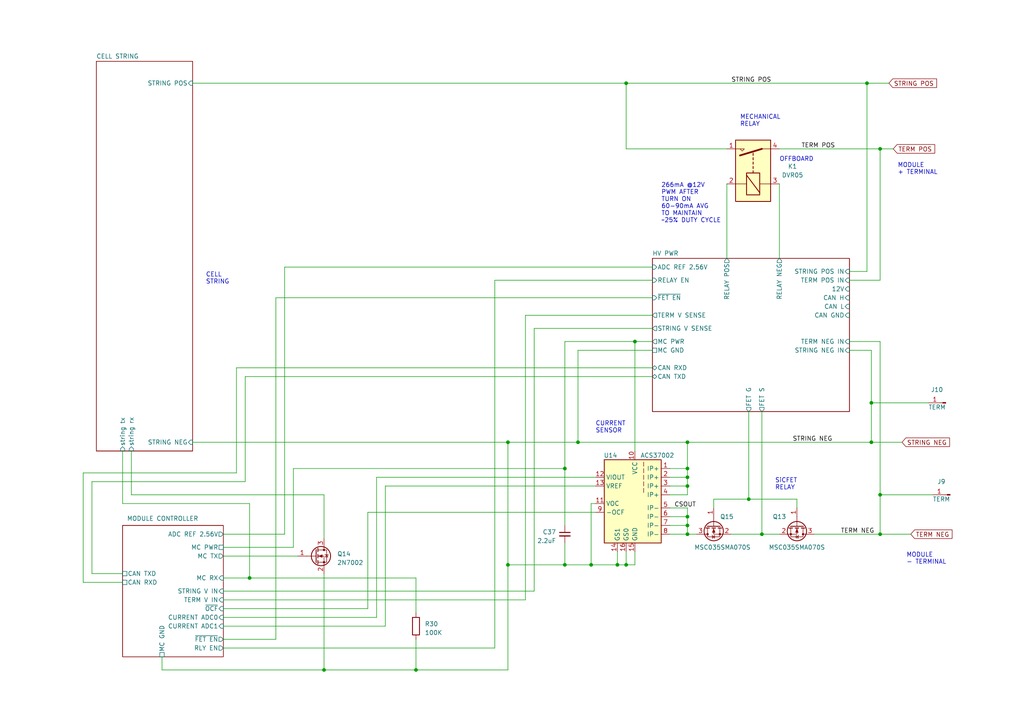
<source format=kicad_sch>
(kicad_sch (version 20230121) (generator eeschema)
  (paper "A4")
  (lib_symbols
    (symbol "CMC PROTO:ACS37002"
      (property "Reference" "U12" (at 19.05 3.1241 0))
      (property "Value" "ACS780xLRTR-100B" (at 19.05 6.9341 0))
      (symbol "ACS37002_0_1"
        (rectangle (start -7.62 5.08) (end 8.89 -19.05) (stroke (width 0.254)) (fill (type background)))
        (polyline (pts (xy -2.54 -3.175) (xy -2.54 -4.445)))
        (polyline (pts (xy -2.54 -1.27) (xy -2.54 -2.54)))
        (polyline (pts (xy -2.54 0.635) (xy -2.54 -0.635)))
        (polyline (pts (xy -2.54 1.27) (xy -2.54 2.54)))
        (polyline (pts (xy -2.54 3.175) (xy -2.54 4.445)))
      )
      (symbol "ACS37002_1_1"
        (pin passive line (at -10.16 2.54 0) (length 2.54) (name "IP+") (number "1"))
        (pin power_in line (at 0 7.62 270) (length 2.54) (name "VCC") (number "10"))
        (pin output line (at 11.43 -7.62 180) (length 2.54) (name "VOC") (number "11"))
        (pin output line (at 11.43 0 180) (length 2.54) (name "VIOUT") (number "12"))
        (pin output line (at 11.43 -2.54 180) (length 2.54) (name "VREF") (number "13"))
        (pin passive line (at 5.08 -21.59 90) (length 2.54) (name "GS1") (number "14"))
        (pin power_in line (at 0 -21.59 90) (length 2.54) (name "GND") (number "15"))
        (pin passive line (at 2.54 -21.59 90) (length 2.54) (name "GS0") (number "16"))
        (pin passive line (at -10.16 0 0) (length 2.54) (name "IP+") (number "2"))
        (pin passive line (at -10.16 -2.54 0) (length 2.54) (name "IP+") (number "3"))
        (pin passive line (at -10.16 -5.08 0) (length 2.54) (name "IP+") (number "4"))
        (pin passive line (at -10.16 -8.89 0) (length 2.54) (name "IP-") (number "5"))
        (pin passive line (at -10.16 -11.43 0) (length 2.54) (name "IP-") (number "6"))
        (pin passive line (at -10.16 -13.97 0) (length 2.54) (name "IP-") (number "7"))
        (pin passive line (at -10.16 -16.51 0) (length 2.54) (name "IP-") (number "8"))
        (pin output line (at 11.43 -10.16 180) (length 2.54) (name "-OCF") (number "9"))
      )
    )
    (symbol "CMC PROTO:relay"
      (property "Reference" "K1" (at 0 -11.43 90))
      (property "Value" "DVR05" (at -2.54 -8.89 90))
      (symbol "relay_0_0"
        (polyline (pts (xy 5.08 5.08) (xy 5.08 2.54) (xy 4.445 3.175) (xy 5.08 3.81)))
      )
      (symbol "relay_0_1"
        (rectangle (start -10.16 5.08) (end 7.62 -5.08) (stroke (width 0.254)) (fill (type background)))
        (rectangle (start -8.255 1.905) (end -1.905 -1.905) (stroke (width 0.254)))
        (polyline (pts (xy -7.62 -1.905) (xy -2.54 1.905)) (stroke (width 0.254)))
        (polyline (pts (xy -5.08 -5.08) (xy -5.08 -1.905)))
        (polyline (pts (xy -5.08 5.08) (xy -5.08 1.905)))
        (polyline (pts (xy -1.905 0) (xy -1.27 0)) (stroke (width 0.254)))
        (polyline (pts (xy -0.635 0) (xy 0 0)) (stroke (width 0.254)))
        (polyline (pts (xy 0.635 0) (xy 1.27 0)) (stroke (width 0.254)))
        (polyline (pts (xy 1.905 0) (xy 2.54 0)) (stroke (width 0.254)))
        (polyline (pts (xy 3.175 0) (xy 3.81 0)) (stroke (width 0.254)))
        (polyline (pts (xy 5.08 -2.54) (xy 3.175 3.81)) (stroke (width 0.508)))
        (polyline (pts (xy 5.08 -2.54) (xy 5.08 -5.08)))
      )
      (symbol "relay_1_1"
        (pin passive line (at 5.08 7.62 270) (length 2.54) (name "~") (number "1"))
        (pin passive line (at -5.08 7.62 270) (length 2.54) (name "~") (number "2"))
        (pin passive line (at -5.08 -7.62 90) (length 2.54) (name "~") (number "3"))
        (pin passive line (at 5.08 -7.62 90) (length 2.54) (name "~") (number "4"))
      )
    )
    (symbol "Modbatt_Extracted:Conn_01x01_Pin" (pin_names (offset 1.016) hide)
      (property "Reference" "J" (at 0 2.54 0))
      (property "Value" "Conn_01x01_Pin" (at 0 -2.54 0))
      (symbol "Conn_01x01_Pin_1_1"
        (polyline (pts (xy 1.27 0) (xy 0.8636 0)) (stroke (width 0.1524)))
        (rectangle (start 0.8636 0.127) (end 0 -0.127) (stroke (width 0.1524)) (fill (type outline)))
        (pin passive line (at 5.08 0 180) (length 3.81) (name "Pin_1") (number "1"))
      )
    )
    (symbol "Modbatt_Extracted:C_Small" (pin_numbers hide) (pin_names (offset 0.254) hide)
      (property "Reference" "C" (at 0.254 1.778 0))
      (property "Value" "C_Small" (at 0.254 -2.032 0))
      (symbol "C_Small_0_1"
        (polyline (pts (xy -1.524 -0.508) (xy 1.524 -0.508)) (stroke (width 0.3302)))
        (polyline (pts (xy -1.524 0.508) (xy 1.524 0.508)) (stroke (width 0.3048)))
      )
      (symbol "C_Small_1_1"
        (pin passive line (at 0 2.54 270) (length 2.032) (name "~") (number "1"))
        (pin passive line (at 0 -2.54 90) (length 2.032) (name "~") (number "2"))
      )
    )
    (symbol "Modbatt_Extracted:R" (pin_numbers hide) (pin_names (offset 0))
      (property "Reference" "R" (at 2.032 0 90))
      (property "Value" "R" (at 0 0 90))
      (symbol "R_0_1"
        (rectangle (start -1.016 -2.54) (end 1.016 2.54) (stroke (width 0.254)))
      )
      (symbol "R_1_1"
        (pin passive line (at 0 3.81 270) (length 1.27) (name "~") (number "1"))
        (pin passive line (at 0 -3.81 90) (length 1.27) (name "~") (number "2"))
      )
    )
    (symbol "Modbatt_Extracted:2N7002" (pin_names hide)
      (property "Reference" "Q" (at 5.08 1.905 0))
      (property "Value" "2N7002" (at 5.08 0 0))
      (symbol "2N7002_0_1"
        (polyline (pts (xy 0.254 0) (xy -2.54 0)))
        (polyline (pts (xy 0.254 1.905) (xy 0.254 -1.905)) (stroke (width 0.254)))
        (polyline (pts (xy 0.762 -1.27) (xy 0.762 -2.286)) (stroke (width 0.254)))
        (polyline (pts (xy 0.762 0.508) (xy 0.762 -0.508)) (stroke (width 0.254)))
        (polyline (pts (xy 0.762 2.286) (xy 0.762 1.27)) (stroke (width 0.254)))
        (polyline (pts (xy 2.54 2.54) (xy 2.54 1.778)))
        (polyline (pts (xy 2.54 -2.54) (xy 2.54 0) (xy 0.762 0)))
        (polyline (pts (xy 0.762 -1.778) (xy 3.302 -1.778) (xy 3.302 1.778) (xy 0.762 1.778)))
        (polyline (pts (xy 1.016 0) (xy 2.032 0.381) (xy 2.032 -0.381) (xy 1.016 0)) (fill (type outline)))
        (polyline (pts (xy 2.794 0.508) (xy 2.921 0.381) (xy 3.683 0.381) (xy 3.81 0.254)))
        (polyline (pts (xy 3.302 0.381) (xy 2.921 -0.254) (xy 3.683 -0.254) (xy 3.302 0.381)))
        (circle (center 1.651 0) (radius 2.794) (stroke (width 0.254)))
        (circle (center 2.54 -1.778) (radius 0.254) (fill (type outline)))
        (circle (center 2.54 1.778) (radius 0.254) (fill (type outline)))
      )
      (symbol "2N7002_1_1"
        (pin input line (at -5.08 0 0) (length 2.54) (name "G") (number "1"))
        (pin passive line (at 2.54 -5.08 90) (length 2.54) (name "S") (number "2"))
        (pin passive line (at 2.54 5.08 270) (length 2.54) (name "D") (number "3"))
      )
    )
  )
  (junction (at 199.39 128.27))
  (junction (at 181.61 24.13))
  (junction (at 220.98 154.94))
  (junction (at 179.07 163.83))
  (junction (at 255.27 43.18))
  (junction (at 163.83 135.89))
  (junction (at 199.39 154.94))
  (junction (at 251.46 24.13))
  (junction (at 167.64 128.27))
  (junction (at 199.39 138.43))
  (junction (at 120.65 194.31))
  (junction (at 171.45 163.83))
  (junction (at 147.32 128.27))
  (junction (at 217.17 144.78))
  (junction (at 199.39 152.4))
  (junction (at 163.83 163.83))
  (junction (at 199.39 149.86))
  (junction (at 252.73 116.84))
  (junction (at 199.39 140.97))
  (junction (at 72.39 167.64))
  (junction (at 255.27 143.51))
  (junction (at 199.39 135.89))
  (junction (at 181.61 163.83))
  (junction (at 252.73 128.27))
  (junction (at 184.15 99.06))
  (junction (at 255.27 154.94))
  (junction (at 93.98 194.31))
  (junction (at 147.32 163.83))
  (wire (pts (xy 255.27 43.18) (xy 259.08 43.18)))
  (wire (pts (xy 80.01 86.36) (xy 80.01 185.42)))
  (wire (pts (xy 255.27 143.51) (xy 270.51 143.51)))
  (wire (pts (xy 143.51 187.96) (xy 64.77 187.96)))
  (wire (pts (xy 109.22 179.07) (xy 109.22 138.43)))
  (wire (pts (xy 255.27 154.94) (xy 264.16 154.94)))
  (wire (pts (xy 236.22 154.94) (xy 255.27 154.94)))
  (wire (pts (xy 189.23 81.28) (xy 143.51 81.28)))
  (wire (pts (xy 106.68 148.59) (xy 106.68 176.53)))
  (wire (pts (xy 199.39 128.27) (xy 252.73 128.27)))
  (wire (pts (xy 184.15 99.06) (xy 184.15 130.81)))
  (wire (pts (xy 154.94 171.45) (xy 64.77 171.45)))
  (wire (pts (xy 147.32 128.27) (xy 167.64 128.27)))
  (wire (pts (xy 167.64 101.6) (xy 189.23 101.6)))
  (wire (pts (xy 152.4 91.44) (xy 152.4 173.99)))
  (wire (pts (xy 120.65 185.42) (xy 120.65 194.31)))
  (wire (pts (xy 109.22 138.43) (xy 172.72 138.43)))
  (wire (pts (xy 194.31 149.86) (xy 199.39 149.86)))
  (wire (pts (xy 194.31 147.32) (xy 199.39 147.32)))
  (wire (pts (xy 64.77 161.29) (xy 86.36 161.29)))
  (wire (pts (xy 181.61 24.13) (xy 181.61 43.18)))
  (wire (pts (xy 120.65 194.31) (xy 147.32 194.31)))
  (wire (pts (xy 163.83 99.06) (xy 163.83 135.89)))
  (wire (pts (xy 120.65 167.64) (xy 72.39 167.64)))
  (wire (pts (xy 246.38 81.28) (xy 255.27 81.28)))
  (wire (pts (xy 252.73 116.84) (xy 252.73 128.27)))
  (wire (pts (xy 154.94 95.25) (xy 189.23 95.25)))
  (wire (pts (xy 111.76 140.97) (xy 172.72 140.97)))
  (wire (pts (xy 111.76 181.61) (xy 64.77 181.61)))
  (wire (pts (xy 199.39 147.32) (xy 199.39 149.86)))
  (wire (pts (xy 171.45 163.83) (xy 179.07 163.83)))
  (wire (pts (xy 252.73 116.84) (xy 269.24 116.84)))
  (wire (pts (xy 68.58 106.68) (xy 189.23 106.68)))
  (wire (pts (xy 93.98 194.31) (xy 120.65 194.31)))
  (wire (pts (xy 82.55 77.47) (xy 189.23 77.47)))
  (wire (pts (xy 181.61 160.02) (xy 181.61 163.83)))
  (wire (pts (xy 55.88 24.13) (xy 181.61 24.13)))
  (wire (pts (xy 147.32 163.83) (xy 163.83 163.83)))
  (wire (pts (xy 143.51 81.28) (xy 143.51 187.96)))
  (wire (pts (xy 93.98 166.37) (xy 93.98 194.31)))
  (wire (pts (xy 167.64 128.27) (xy 199.39 128.27)))
  (wire (pts (xy 231.14 144.78) (xy 231.14 147.32)))
  (wire (pts (xy 171.45 146.05) (xy 171.45 163.83)))
  (wire (pts (xy 181.61 43.18) (xy 210.82 43.18)))
  (wire (pts (xy 179.07 163.83) (xy 181.61 163.83)))
  (wire (pts (xy 82.55 154.94) (xy 64.77 154.94)))
  (wire (pts (xy 194.31 138.43) (xy 199.39 138.43)))
  (wire (pts (xy 199.39 128.27) (xy 199.39 135.89)))
  (wire (pts (xy 120.65 167.64) (xy 120.65 177.8)))
  (wire (pts (xy 35.56 146.05) (xy 72.39 146.05)))
  (wire (pts (xy 199.39 143.51) (xy 194.31 143.51)))
  (wire (pts (xy 71.12 109.22) (xy 71.12 139.7)))
  (wire (pts (xy 24.13 137.16) (xy 24.13 168.91)))
  (wire (pts (xy 64.77 179.07) (xy 109.22 179.07)))
  (wire (pts (xy 207.01 144.78) (xy 217.17 144.78)))
  (wire (pts (xy 147.32 163.83) (xy 147.32 194.31)))
  (wire (pts (xy 80.01 86.36) (xy 189.23 86.36)))
  (wire (pts (xy 217.17 144.78) (xy 231.14 144.78)))
  (wire (pts (xy 252.73 101.6) (xy 252.73 116.84)))
  (wire (pts (xy 207.01 147.32) (xy 207.01 144.78)))
  (wire (pts (xy 172.72 146.05) (xy 171.45 146.05)))
  (wire (pts (xy 106.68 176.53) (xy 64.77 176.53)))
  (wire (pts (xy 199.39 138.43) (xy 199.39 140.97)))
  (wire (pts (xy 179.07 160.02) (xy 179.07 163.83)))
  (wire (pts (xy 163.83 163.83) (xy 171.45 163.83)))
  (wire (pts (xy 251.46 78.74) (xy 251.46 24.13)))
  (wire (pts (xy 199.39 140.97) (xy 199.39 143.51)))
  (wire (pts (xy 35.56 130.81) (xy 35.56 146.05)))
  (wire (pts (xy 85.09 158.75) (xy 85.09 135.89)))
  (wire (pts (xy 26.67 166.37) (xy 26.67 139.7)))
  (wire (pts (xy 181.61 163.83) (xy 184.15 163.83)))
  (wire (pts (xy 85.09 135.89) (xy 163.83 135.89)))
  (wire (pts (xy 184.15 99.06) (xy 189.23 99.06)))
  (wire (pts (xy 68.58 106.68) (xy 68.58 137.16)))
  (wire (pts (xy 64.77 158.75) (xy 85.09 158.75)))
  (wire (pts (xy 64.77 167.64) (xy 72.39 167.64)))
  (wire (pts (xy 210.82 53.34) (xy 210.82 74.93)))
  (wire (pts (xy 163.83 135.89) (xy 163.83 152.4)))
  (wire (pts (xy 38.1 130.81) (xy 38.1 143.51)))
  (wire (pts (xy 163.83 157.48) (xy 163.83 163.83)))
  (wire (pts (xy 199.39 135.89) (xy 199.39 138.43)))
  (wire (pts (xy 82.55 77.47) (xy 82.55 154.94)))
  (wire (pts (xy 226.06 43.18) (xy 255.27 43.18)))
  (wire (pts (xy 246.38 99.06) (xy 255.27 99.06)))
  (wire (pts (xy 147.32 128.27) (xy 147.32 163.83)))
  (wire (pts (xy 184.15 99.06) (xy 163.83 99.06)))
  (wire (pts (xy 46.99 194.31) (xy 93.98 194.31)))
  (wire (pts (xy 26.67 139.7) (xy 71.12 139.7)))
  (wire (pts (xy 152.4 173.99) (xy 64.77 173.99)))
  (wire (pts (xy 251.46 24.13) (xy 257.81 24.13)))
  (wire (pts (xy 181.61 24.13) (xy 251.46 24.13)))
  (wire (pts (xy 194.31 135.89) (xy 199.39 135.89)))
  (wire (pts (xy 68.58 137.16) (xy 24.13 137.16)))
  (wire (pts (xy 194.31 140.97) (xy 199.39 140.97)))
  (wire (pts (xy 255.27 43.18) (xy 255.27 81.28)))
  (wire (pts (xy 217.17 119.38) (xy 217.17 144.78)))
  (wire (pts (xy 26.67 166.37) (xy 35.56 166.37)))
  (wire (pts (xy 71.12 109.22) (xy 189.23 109.22)))
  (wire (pts (xy 246.38 78.74) (xy 251.46 78.74)))
  (wire (pts (xy 194.31 152.4) (xy 199.39 152.4)))
  (wire (pts (xy 255.27 143.51) (xy 255.27 154.94)))
  (wire (pts (xy 255.27 99.06) (xy 255.27 143.51)))
  (wire (pts (xy 93.98 143.51) (xy 93.98 156.21)))
  (wire (pts (xy 194.31 154.94) (xy 199.39 154.94)))
  (wire (pts (xy 199.39 152.4) (xy 199.39 154.94)))
  (wire (pts (xy 184.15 160.02) (xy 184.15 163.83)))
  (wire (pts (xy 167.64 101.6) (xy 167.64 128.27)))
  (wire (pts (xy 152.4 91.44) (xy 189.23 91.44)))
  (wire (pts (xy 106.68 148.59) (xy 172.72 148.59)))
  (wire (pts (xy 38.1 143.51) (xy 93.98 143.51)))
  (wire (pts (xy 220.98 119.38) (xy 220.98 154.94)))
  (wire (pts (xy 24.13 168.91) (xy 35.56 168.91)))
  (wire (pts (xy 212.09 154.94) (xy 220.98 154.94)))
  (wire (pts (xy 220.98 154.94) (xy 226.06 154.94)))
  (wire (pts (xy 80.01 185.42) (xy 64.77 185.42)))
  (wire (pts (xy 252.73 128.27) (xy 261.62 128.27)))
  (wire (pts (xy 55.88 128.27) (xy 147.32 128.27)))
  (wire (pts (xy 111.76 140.97) (xy 111.76 181.61)))
  (wire (pts (xy 199.39 154.94) (xy 201.93 154.94)))
  (wire (pts (xy 199.39 149.86) (xy 199.39 152.4)))
  (wire (pts (xy 226.06 53.34) (xy 226.06 74.93)))
  (wire (pts (xy 46.99 194.31) (xy 46.99 190.5)))
  (wire (pts (xy 72.39 146.05) (xy 72.39 167.64)))
  (wire (pts (xy 246.38 101.6) (xy 252.73 101.6)))
  (wire (pts (xy 154.94 95.25) (xy 154.94 171.45)))
  (text "OFFBOARD" (at 226.06 46.99 0) (effects (font (size 1.27 1.27)) (justify left bottom)))
  (text "CELL\nSTRING" (at 59.69 82.55 0) (effects (font (size 1.27 1.27)) (justify left bottom)))
  (text "MODULE\n- TERMINAL" (at 262.89 163.83 0) (effects (font (size 1.27 1.27)) (justify left bottom)))
  (text "CURRENT\nSENSOR" (at 172.72 125.73 0) (effects (font (size 1.27 1.27)) (justify left bottom)))
  (text "MECHANICAL\nRELAY" (at 214.63 36.83 0) (effects (font (size 1.27 1.27)) (justify left bottom)))
  (text "MODULE\n+ TERMINAL" (at 260.35 50.8 0) (effects (font (size 1.27 1.27)) (justify left bottom)))
  (text "SiCFET\nRELAY" (at 224.79 142.24 0) (effects (font (size 1.27 1.27)) (justify left bottom)))
  (text "266mA @12V\nPWM AFTER \nTURN ON\n60-90mA AVG\nTO MAINTAIN\n~25% DUTY CYCLE" (at 191.77 64.77 0) (effects (font (size 1.27 1.27)) (justify left bottom)))
  (label "STRING POS" (at 212.09 24.13 0))
  (label "TERM POS" (at 232.41 43.18 0))
  (label "TERM NEG" (at 243.84 154.94 0))
  (label "STRING NEG" (at 229.87 128.27 0))
  (label "CSOUT" (at 195.58 147.32 0))
  (global_label "TERM NEG" (shape input) (at 264.16 154.94 0) (property "Intersheetrefs" "${INTERSHEET_REFS}" (effects hide)))
  (global_label "STRING POS" (shape input) (at 257.81 24.13 0) (property "Intersheetrefs" "${INTERSHEET_REFS}" (effects hide)))
  (global_label "STRING NEG" (shape input) (at 261.62 128.27 0) (property "Intersheetrefs" "${INTERSHEET_REFS}" (effects hide)))
  (global_label "TERM POS" (shape input) (at 259.08 43.18 0) (property "Intersheetrefs" "${INTERSHEET_REFS}" (effects hide)))
  (symbol (lib_id "CMC PROTO:relay") (at 218.44 48.26 90) (unit 1)
    (property "Reference" "K1" (at 229.87 48.26 90))
    (property "Value" "DVR05" (at 229.87 50.8 90))
    (property "Footprint" "modbatt footprints:modbatt relay tab" (effects hide))
    (property "Datasheet" "https://www.omron.com/ecb/products/pdf/en-g5q.pdf" (effects hide))
  )
  (symbol (lib_id "Modbatt_Extracted:Conn_01x01_Pin") (at 274.32 116.84 180) (unit 1)
    (property "Reference" "J10" (at 271.78 113.03 0))
    (property "Value" "TERM" (at 271.78 118.11 0))
    (property "Footprint" "modbatt footprints:TERMINAL" (effects hide))
  )
  (symbol (lib_id "Modbatt_Extracted:Conn_01x01_Pin") (at 275.59 143.51 180) (unit 1)
    (property "Reference" "J9" (at 273.05 139.7 0))
    (property "Value" "TERM" (at 273.05 144.78 0))
    (property "Footprint" "modbatt footprints:TERMINAL" (effects hide))
  )
  (symbol (lib_id "Modbatt_Extracted:2N7002") (at 91.44 161.29 0) (unit 1)
    (property "Reference" "Q14" (at 97.79 160.655 0) (effects (justify left)))
    (property "Value" "2N7002" (at 97.79 163.195 0) (effects (justify left)))
    (property "Footprint" "Package_TO_SOT_SMD:SOT-323_SC-70" (effects hide))
    (property "Datasheet" "https://www.onsemi.com/pub/Collateral/NDS7002A-D.PDF" (effects hide))
  )
  (symbol (lib_id "Modbatt_Extracted:R") (at 120.65 181.61 0) (unit 1)
    (property "Reference" "R30" (at 123.19 180.975 0) (effects (justify left)))
    (property "Value" "100K" (at 123.19 183.515 0) (effects (justify left)))
    (property "Footprint" "Resistor_SMD:R_0402_1005Metric_Pad0.72x0.64mm_HandSolder" (effects hide))
  )
  (symbol (lib_id "Modbatt_Extracted:C_Small") (at 163.83 154.94 0) (mirror y) (unit 1)
    (property "Reference" "C37" (at 161.29 154.3113 0) (effects (justify left)))
    (property "Value" "2.2uF" (at 161.29 156.8513 0) (effects (justify left)))
    (property "Footprint" "Capacitor_SMD:C_0402_1005Metric_Pad0.74x0.62mm_HandSolder" (effects hide))
  )
  (symbol (lib_id "Modbatt_Extracted:2N7002") (at 207.01 152.4 90) (mirror x) (unit 1)
    (property "Reference" "Q15" (at 210.82 149.86 90))
    (property "Value" "MSC035SMA070S" (at 209.55 158.75 90))
    (property "Footprint" "Package_TO_SOT_SMD:TO-268-2" (effects hide))
    (property "Datasheet" "https://www.onsemi.com/pub/Collateral/NDS7002A-D.PDF" (effects hide))
  )
  (symbol (lib_id "Modbatt_Extracted:2N7002") (at 231.14 152.4 270) (unit 1)
    (property "Reference" "Q13" (at 226.06 149.86 90))
    (property "Value" "MSC035SMA070S" (at 231.14 158.75 90))
    (property "Footprint" "Package_TO_SOT_SMD:TO-268-2" (effects hide))
    (property "Datasheet" "https://www.onsemi.com/pub/Collateral/NDS7002A-D.PDF" (effects hide))
  )
  (symbol (lib_id "CMC PROTO:ACS37002") (at 184.15 138.43 0) (mirror y) (unit 1)
    (property "Reference" "U14" (at 179.07 132.08 0) (effects (justify left)))
    (property "Value" "ACS37002" (at 195.58 132.08 0) (effects (justify left)))
    (property "Footprint" "Package_SO:SOIC-16W_7.5x10.3mm_P1.27mm" (effects hide))
    (property "Datasheet" "http://www.allegromicro.com/~/media/Files/Datasheets/ACS780-Datasheet.ashx?la=en" (effects hide))
  )
  (sheet (at 189.23 74.93) (size 57.15 44.45) (stroke (width 0.1524))
    (property "Sheetname" "HV PWR" (at 189.23 74.2184 0) (effects (justify left bottom)))
    (property "Sheetfile" "HV PWR.kicad_sch" (effects hide))
    (pin "STRING POS IN" input (at 246.38 78.74 0))
    (pin "STRING NEG IN" input (at 246.38 101.6 0))
    (pin "TERM POS IN" input (at 246.38 81.28 0))
    (pin "TERM NEG IN" input (at 246.38 99.06 0))
    (pin "MC PWR" output (at 189.23 99.06 180))
    (pin "MC GND" passive (at 189.23 101.6 180))
    (pin "RELAY POS" output (at 210.82 74.93 90))
    (pin "TERM V SENSE" output (at 189.23 91.44 180))
    (pin "STRING V SENSE" output (at 189.23 95.25 180))
    (pin "RELAY NEG" output (at 226.06 74.93 90))
    (pin "RELAY EN" input (at 189.23 81.28 180))
    (pin "FET S" output (at 220.98 119.38 270))
    (pin "~{FET EN}" input (at 189.23 86.36 180))
    (pin "FET G" output (at 217.17 119.38 270))
    (pin "ADC REF 2.56V" input (at 189.23 77.47 180))
    (pin "CAN RXD" bidirectional (at 189.23 106.68 180))
    (pin "CAN TXD" bidirectional (at 189.23 109.22 180))
    (pin "CAN H" input (at 246.38 86.36 0))
    (pin "CAN L" input (at 246.38 88.9 0))
    (pin "CAN GND" input (at 246.38 91.44 0))
    (pin "12V" input (at 246.38 83.82 0))
  )
  (sheet (at 35.56 152.4) (size 29.21 38.1) (stroke (width 0.1524))
    (property "Sheetname" "MODULE CONTROLLER" (at 36.83 151.13 0) (effects (justify left bottom)))
    (property "Sheetfile" "MC.kicad_sch" (effects hide))
    (pin "MC PWR" passive (at 64.77 158.75 0))
    (pin "MC GND" passive (at 46.99 190.5 270))
    (pin "MC RX" input (at 64.77 167.64 0))
    (pin "MC TX" output (at 64.77 161.29 0))
    (pin "TERM V IN" input (at 64.77 173.99 0))
    (pin "~{FET EN}" output (at 64.77 185.42 0))
    (pin "RLY EN" output (at 64.77 187.96 0))
    (pin "STRING V IN" input (at 64.77 171.45 0))
    (pin "CURRENT ADC0" input (at 64.77 179.07 0))
    (pin "CURRENT ADC1" input (at 64.77 181.61 0))
    (pin "ADC REF 2.56V" output (at 64.77 154.94 0))
    (pin "~{OCF}" input (at 64.77 176.53 0))
    (pin "CAN RXD" passive (at 35.56 168.91 180))
    (pin "CAN TXD" passive (at 35.56 166.37 180))
  )
  (sheet (at 27.94 17.78) (size 27.94 113.03) (stroke (width 0.1524))
    (property "Sheetname" "CELL STRING" (at 27.94 17.0684 0) (effects (justify left bottom)))
    (property "Sheetfile" "CELL STRING.kicad_sch" (effects hide))
    (pin "string tx" input (at 35.56 130.81 270))
    (pin "string rx" input (at 38.1 130.81 270))
    (pin "STRING NEG" input (at 55.88 128.27 0))
    (pin "STRING POS" input (at 55.88 24.13 0))
  )
)
</source>
